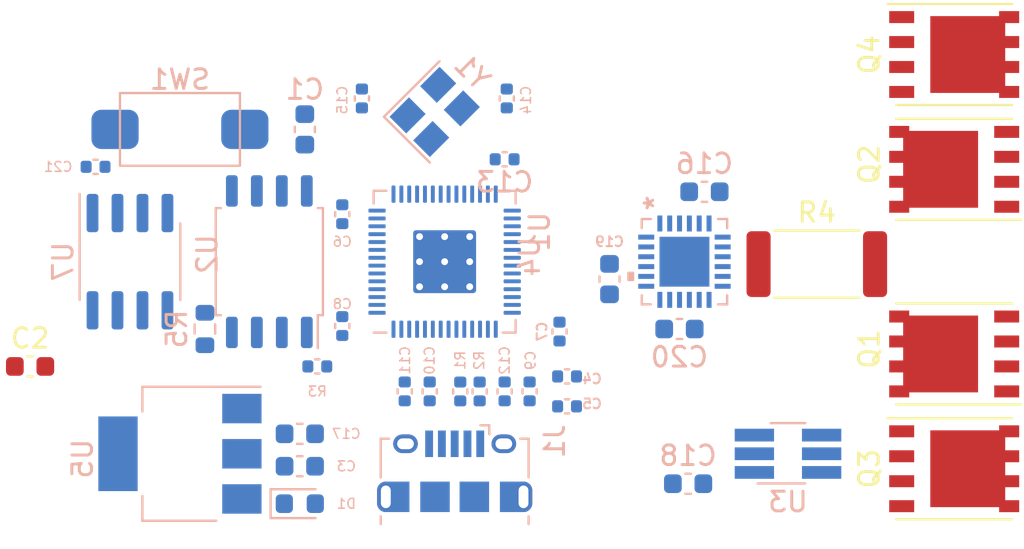
<source format=kicad_pcb>
(kicad_pcb (version 20211014) (generator pcbnew)
  (layers (0 "F.Cu" signal) (31 "B.Cu" signal) (34 "B.Paste" user) (35 "F.Paste" user) (36 "B.SilkS" user "B.Silkscreen") (37 "F.SilkS" user "F.Silkscreen") (38 "B.Mask" user) (39 "F.Mask" user) (44 "Edge.Cuts" user))
  (net 0 "")
  (net 1 "+3V3")
  (net 2 "GND")
  (net 3 "+15V")
  (net 4 "+1V1")
  (net 5 "Net-(C19-Pad1)")
  (net 6 "VCC")
  (net 7 "Net-(C20-Pad1)")
  (net 8 "/USB_D-")
  (net 9 "/USB_D+")
  (net 11 "/Driver/RS-")
  (net 12 "/Driver/GHA")
  (net 13 "/Driver/M_A")
  (net 14 "/Driver/GHB")
  (net 15 "/Driver/M_B")
  (net 16 "/Driver/GLA")
  (net 17 "/Driver/GLB")
  (net 18 "Net-(R1-Pad1)")
  (net 19 "Net-(R2-Pad2)")
  (net 20 "/SS")
  (net 32 "Net-(R5-Pad1)")
  (net 42 "/INHA")
  (net 43 "/INHB")
  (net 44 "/INLA")
  (net 45 "/INLB")
  (net 46 "/CURRENT")
  (net 50 "/F_D3")
  (net 51 "/F_CLK")
  (net 52 "/F_D0")
  (net 53 "/F_D2")
  (net 54 "/F_D1")
  (net 55 "/Driver/CURRENT")
  (net 56 "/Driver/INLA")
  (net 57 "/Driver/INLB")
  (net 66 "/Driver/INHA")
  (net 67 "/Driver/INHB")
  (net 69 "/VBUS")
  (net 70 "/XIN")
  (net 71 "/XOUT")
  (net 73 "/CAN_RX")
  (net 74 "/SWCLK")
  (net 75 "/SWD")
  (net 76 "/CAN_TX")
  (net 77 "/CANL")
  (net 78 "/CANH")
  (footprint "MOSFET:PowerPAK_SO-8_FET" (layer "F.Cu") (at 155.575 106.68)
    (fp_text reference "Q4" (at -4.318 0 90) (layer "F.SilkS"))
    (fp_text value "Q_NMOS_DGS" hide)
    (fp_line (start -2.945 2.57) (end 2.945 2.57) (layer "F.SilkS") (width 0.12))
    (fp_line (start -3.4 -2.57) (end 2.945 -2.57) (layer "F.SilkS") (width 0.12))
    (pad "1" smd rect (at 2.795 1.905) (size 1.02 0.61) (layers "F.Cu" "F.Paste" "F.Mask") (net 15 "/Driver/M_B"))
    (pad "1" smd rect (at 0.69 0) (size 3.81 3.91) (layers "F.Cu" "F.Paste" "F.Mask") (net 15 "/Driver/M_B"))
    (pad "1" smd rect (at 2.795 -0.635) (size 1.02 0.61) (layers "F.Cu" "F.Paste" "F.Mask") (net 15 "/Driver/M_B"))
    (pad "1" smd rect (at 2.795 -1.905) (size 1.02 0.61) (layers "F.Cu" "F.Paste" "F.Mask") (net 15 "/Driver/M_B"))
    (pad "1" smd rect (at 2.795 0.635) (size 1.02 0.61) (layers "F.Cu" "F.Paste" "F.Mask") (net 15 "/Driver/M_B"))
    (pad "2" smd rect (at -2.67 1.905) (size 1.27 0.61) (layers "F.Cu" "F.Paste" "F.Mask") (net 17 "/Driver/GLB"))
    (pad "3" smd rect (at -2.67 -1.905) (size 1.27 0.61) (layers "F.Cu" "F.Paste" "F.Mask") (net 2 "GND"))
    (pad "3" smd rect (at -2.67 0.635) (size 1.27 0.61) (layers "F.Cu" "F.Paste" "F.Mask") (net 2 "GND"))
    (pad "3" smd rect (at -2.67 -0.635) (size 1.27 0.61) (layers "F.Cu" "F.Paste" "F.Mask") (net 2 "GND"))
  )
  (footprint "MOSFET:PowerPAK_SO-8_FET" (layer "F.Cu") (at 155.575 127.762)
    (fp_text reference "Q3" (at -4.318 0 90) (layer "F.SilkS"))
    (fp_text value "Q_NMOS_DGS" hide)
    (fp_line (start -3.4 -2.57) (end 2.945 -2.57) (layer "F.SilkS") (width 0.12))
    (fp_line (start -2.945 2.57) (end 2.945 2.57) (layer "F.SilkS") (width 0.12))
    (pad "1" smd rect (at 2.795 1.905) (size 1.02 0.61) (layers "F.Cu" "F.Paste" "F.Mask") (net 13 "/Driver/M_A"))
    (pad "1" smd rect (at 2.795 -0.635) (size 1.02 0.61) (layers "F.Cu" "F.Paste" "F.Mask") (net 13 "/Driver/M_A"))
    (pad "1" smd rect (at 2.795 -1.905) (size 1.02 0.61) (layers "F.Cu" "F.Paste" "F.Mask") (net 13 "/Driver/M_A"))
    (pad "1" smd rect (at 2.795 0.635) (size 1.02 0.61) (layers "F.Cu" "F.Paste" "F.Mask") (net 13 "/Driver/M_A"))
    (pad "1" smd rect (at 0.69 0) (size 3.81 3.91) (layers "F.Cu" "F.Paste" "F.Mask") (net 13 "/Driver/M_A"))
    (pad "2" smd rect (at -2.67 1.905) (size 1.27 0.61) (layers "F.Cu" "F.Paste" "F.Mask") (net 16 "/Driver/GLA"))
    (pad "3" smd rect (at -2.67 -1.905) (size 1.27 0.61) (layers "F.Cu" "F.Paste" "F.Mask") (net 2 "GND"))
    (pad "3" smd rect (at -2.67 0.635) (size 1.27 0.61) (layers "F.Cu" "F.Paste" "F.Mask") (net 2 "GND"))
    (pad "3" smd rect (at -2.67 -0.635) (size 1.27 0.61) (layers "F.Cu" "F.Paste" "F.Mask") (net 2 "GND"))
  )
  (footprint "Resistor_SMD:R_2512_6332Metric" (layer "F.Cu") (at 148.59 117.348)
    (fp_text reference "R4" (at 0 -2.62) (layer "F.SilkS"))
    (fp_text value "0.3m")
    (fp_line (start -2.177064 -1.71) (end 2.177064 -1.71) (layer "F.SilkS") (width 0.12))
    (fp_line (start -2.177064 1.71) (end 2.177064 1.71) (layer "F.SilkS") (width 0.12))
    (pad "1" smd roundrect (at -2.9625 0) (size 1.225 3.35) (layers "F.Cu" "F.Paste" "F.Mask") (roundrect_rratio 0.204082) (net 6 "VCC"))
    (pad "2" smd roundrect (at 2.9625 0) (size 1.225 3.35) (layers "F.Cu" "F.Paste" "F.Mask") (roundrect_rratio 0.204082) (net 11 "/Driver/RS-"))
  )
  (footprint "MOSFET:PowerPAK_SO-8_FET" (layer "F.Cu") (at 155.575 112.522 180)
    (fp_text reference "Q2" (at 4.318 0.254 90) (layer "F.SilkS"))
    (fp_text value "Q_NMOS_DGS" hide)
    (fp_line (start -2.945 2.57) (end 2.945 2.57) (layer "F.SilkS") (width 0.12))
    (fp_line (start -3.4 -2.57) (end 2.945 -2.57) (layer "F.SilkS") (width 0.12))
    (pad "1" smd rect (at 2.795 -0.635 180) (size 1.02 0.61) (layers "F.Cu" "F.Paste" "F.Mask") (net 11 "/Driver/RS-"))
    (pad "1" smd rect (at 0.69 0 180) (size 3.81 3.91) (layers "F.Cu" "F.Paste" "F.Mask") (net 11 "/Driver/RS-"))
    (pad "1" smd rect (at 2.795 1.905 180) (size 1.02 0.61) (layers "F.Cu" "F.Paste" "F.Mask") (net 11 "/Driver/RS-"))
    (pad "1" smd rect (at 2.795 -1.905 180) (size 1.02 0.61) (layers "F.Cu" "F.Paste" "F.Mask") (net 11 "/Driver/RS-"))
    (pad "1" smd rect (at 2.795 0.635 180) (size 1.02 0.61) (layers "F.Cu" "F.Paste" "F.Mask") (net 11 "/Driver/RS-"))
    (pad "2" smd rect (at -2.67 1.905 180) (size 1.27 0.61) (layers "F.Cu" "F.Paste" "F.Mask") (net 14 "/Driver/GHB"))
    (pad "3" smd rect (at -2.67 -1.905 180) (size 1.27 0.61) (layers "F.Cu" "F.Paste" "F.Mask") (net 15 "/Driver/M_B"))
    (pad "3" smd rect (at -2.67 0.635 180) (size 1.27 0.61) (layers "F.Cu" "F.Paste" "F.Mask") (net 15 "/Driver/M_B"))
    (pad "3" smd rect (at -2.67 -0.635 180) (size 1.27 0.61) (layers "F.Cu" "F.Paste" "F.Mask") (net 15 "/Driver/M_B"))
  )
  (footprint "MOSFET:PowerPAK_SO-8_FET" (layer "F.Cu") (at 155.575 121.92 180)
    (fp_text reference "Q1" (at 4.318 0.254 90) (layer "F.SilkS"))
    (fp_text value "Q_NMOS_DGS" hide)
    (fp_line (start -3.4 -2.57) (end 2.945 -2.57) (layer "F.SilkS") (width 0.12))
    (fp_line (start -2.945 2.57) (end 2.945 2.57) (layer "F.SilkS") (width 0.12))
    (pad "1" smd rect (at 2.795 0.635 180) (size 1.02 0.61) (layers "F.Cu" "F.Paste" "F.Mask") (net 11 "/Driver/RS-"))
    (pad "1" smd rect (at 2.795 -0.635 180) (size 1.02 0.61) (layers "F.Cu" "F.Paste" "F.Mask") (net 11 "/Driver/RS-"))
    (pad "1" smd rect (at 0.69 0 180) (size 3.81 3.91) (layers "F.Cu" "F.Paste" "F.Mask") (net 11 "/Driver/RS-"))
    (pad "1" smd rect (at 2.795 -1.905 180) (size 1.02 0.61) (layers "F.Cu" "F.Paste" "F.Mask") (net 11 "/Driver/RS-"))
    (pad "1" smd rect (at 2.795 1.905 180) (size 1.02 0.61) (layers "F.Cu" "F.Paste" "F.Mask") (net 11 "/Driver/RS-"))
    (pad "2" smd rect (at -2.67 1.905 180) (size 1.27 0.61) (layers "F.Cu" "F.Paste" "F.Mask") (net 12 "/Driver/GHA"))
    (pad "3" smd rect (at -2.67 -1.905 180) (size 1.27 0.61) (layers "F.Cu" "F.Paste" "F.Mask") (net 13 "/Driver/M_A"))
    (pad "3" smd rect (at -2.67 -0.635 180) (size 1.27 0.61) (layers "F.Cu" "F.Paste" "F.Mask") (net 13 "/Driver/M_A"))
    (pad "3" smd rect (at -2.67 0.635 180) (size 1.27 0.61) (layers "F.Cu" "F.Paste" "F.Mask") (net 13 "/Driver/M_A"))
  )
  (footprint "Capacitor_SMD:C_0603_1608Metric" (layer "F.Cu") (at 108.585 122.555)
    (fp_text reference "C2" (at 0 -1.43) (layer "F.SilkS"))
    (fp_text value "10u")
    (fp_line (start -0.14058 -0.51) (end 0.14058 -0.51) (layer "F.SilkS") (width 0.12))
    (fp_line (start -0.14058 0.51) (end 0.14058 0.51) (layer "F.SilkS") (width 0.12))
    (pad "1" smd roundrect (at -0.775 0) (size 0.9 0.95) (layers "F.Cu" "F.Paste" "F.Mask") (net 69 "/VBUS"))
    (pad "2" smd roundrect (at 0.775 0) (size 0.9 0.95) (layers "F.Cu" "F.Paste" "F.Mask") (net 2 "GND"))
  )
  (footprint "DRIVER:DRV8770RGER" (layer "B.Cu") (at 141.859 117.2235 -90)
    (fp_text reference "U4" (at -0.254 7.874 -90) (layer "B.SilkS") (effects (justify mirror)))
    (fp_text value "DRV8770RGER" hide)
    (fp_text user "*" (at -2.9845 1.500378 -270) (layer "B.SilkS") (effects (justify mirror)))
    (fp_text user "*" (at -2.9845 1.500378 -270) (layer "B.SilkS") (effects (justify mirror)))
    (fp_line (start 2.1717 1.710055) (end 2.1717 2.1717) (layer "B.SilkS") (width 0.12))
    (fp_line (start -2.1717 2.1717) (end -2.1717 1.710055) (layer "B.SilkS") (width 0.12))
    (fp_line (start 1.710055 -2.1717) (end 2.1717 -2.1717) (layer "B.SilkS") (width 0.12))
    (fp_line (start 2.1717 -2.1717) (end 2.1717 -1.710055) (layer "B.SilkS") (width 0.12))
    (fp_line (start -2.1717 -2.1717) (end -1.710055 -2.1717) (layer "B.SilkS") (width 0.12))
    (fp_line (start -1.710055 2.1717) (end -2.1717 2.1717) (layer "B.SilkS") (width 0.12))
    (fp_line (start 2.1717 2.1717) (end 1.710055 2.1717) (layer "B.SilkS") (width 0.12))
    (fp_line (start -2.1717 -1.710055) (end -2.1717 -2.1717) (layer "B.SilkS") (width 0.12))
    (fp_poly (pts (xy 0.559689 2.6035) (xy 0.559689 2.8575) (xy 0.940689 2.8575) (xy 0.940689 2.6035)) (layer "B.SilkS") (width 0.1) (fill solid))
    (pad "1" smd rect (at -1.9431 1.250315 180) (size 0.254 0.8128) (layers "B.Cu" "B.Paste" "B.Mask") (net 56 "/Driver/INLA"))
    (pad "2" smd rect (at -1.9431 0.750189 180) (size 0.254 0.8128) (layers "B.Cu" "B.Paste" "B.Mask") (net 57 "/Driver/INLB"))
    (pad "3" smd rect (at -1.9431 0.250063 180) (size 0.254 0.8128) (layers "B.Cu" "B.Paste" "B.Mask"))
    (pad "4" smd rect (at -1.9431 -0.250063 180) (size 0.254 0.8128) (layers "B.Cu" "B.Paste" "B.Mask") (net 3 "+15V"))
    (pad "5" smd rect (at -1.9431 -0.750189 180) (size 0.254 0.8128) (layers "B.Cu" "B.Paste" "B.Mask"))
    (pad "6" smd rect (at -1.9431 -1.250315 180) (size 0.254 0.8128) (layers "B.Cu" "B.Paste" "B.Mask") (net 2 "GND"))
    (pad "7" smd rect (at -1.250315 -1.9431 270) (size 0.254 0.8128) (layers "B.Cu" "B.Paste" "B.Mask"))
    (pad "8" smd rect (at -0.750189 -1.9431 270) (size 0.254 0.8128) (layers "B.Cu" "B.Paste" "B.Mask"))
    (pad "9" smd rect (at -0.250063 -1.9431 270) (size 0.254 0.8128) (layers "B.Cu" "B.Paste" "B.Mask"))
    (pad "10" smd rect (at 0.250063 -1.9431 270) (size 0.254 0.8128) (layers "B.Cu" "B.Paste" "B.Mask") (net 17 "/Driver/GLB"))
    (pad "11" smd rect (at 0.750189 -1.9431 270) (size 0.254 0.8128) (layers "B.Cu" "B.Paste" "B.Mask") (net 16 "/Driver/GLA"))
    (pad "12" smd rect (at 1.250315 -1.9431 270) (size 0.254 0.8128) (layers "B.Cu" "B.Paste" "B.Mask") (net 2 "GND"))
    (pad "13" smd rect (at 1.9431 -1.250315 180) (size 0.254 0.8128) (layers "B.Cu" "B.Paste" "B.Mask"))
    (pad "14" smd rect (at 1.9431 -0.750189 180) (size 0.254 0.8128) (layers "B.Cu" "B.Paste" "B.Mask"))
    (pad "15" smd rect (at 1.9431 -0.250063 180) (size 0.254 0.8128) (layers "B.Cu" "B.Paste" "B.Mask") (net 6 "VCC"))
    (pad "16" smd rect (at 1.9431 0.250063 180) (size 0.254 0.8128) (layers "B.Cu" "B.Paste" "B.Mask") (net 14 "/Driver/GHB"))
    (pad "17" smd rect (at 1.9431 0.750189 180) (size 0.254 0.8128) (layers "B.Cu" "B.Paste" "B.Mask") (net 7 "Net-(C20-Pad1)"))
    (pad "18" smd rect (at 1.9431 1.250315 180) (size 0.254 0.8128) (layers "B.Cu" "B.Paste" "B.Mask") (net 6 "VCC"))
    (pad "19" smd rect (at 1.250315 1.9431 270) (size 0.254 0.8128) (layers "B.Cu" "B.Paste" "B.Mask") (net 12 "/Driver/GHA"))
    (pad "20" smd rect (at 0.750189 1.9431 270) (size 0.254 0.8128) (layers "B.Cu" "B.Paste" "B.Mask") (net 5 "Net-(C19-Pad1)"))
    (pad "21" smd rect (at 0.250063 1.9431 270) (size 0.254 0.8128) (layers "B.Cu" "B.Paste" "B.Mask"))
    (pad "22" smd rect (at -0.250063 1.9431 270) (size 0.254 0.8128) (layers "B.Cu" "B.Paste" "B.Mask") (net 66 "/Driver/INHA"))
    (pad "23" smd rect (at -0.750189 1.9431 270) (size 0.254 0.8128) (layers "B.Cu" "B.Paste" "B.Mask") (net 67 "/Driver/INHB"))
    (pad "24" smd rect (at -1.250315 1.9431 270) (size 0.254 0.8128) (layers "B.Cu" "B.Paste" "B.Mask"))
    (pad "25" smd rect (at 0 0 270) (size 2.54 2.54) (layers "B.Cu" "B.Mask") (net 2 "GND"))
  )
  (footprint "Capacitor_SMD:C_0402_1005Metric" (layer "B.Cu") (at 132.715 112.014)
    (fp_text reference "C13" (at 0 1.16 180) (layer "B.SilkS") (effects (justify mirror)))
    (fp_text value "1u" hide)
    (fp_line (start -0.107836 0.36) (end 0.107836 0.36) (layer "B.SilkS") (width 0.12))
    (fp_line (start -0.107836 -0.36) (end 0.107836 -0.36) (layer "B.SilkS") (width 0.12))
    (pad "1" smd roundrect (at -0.48 0) (size 0.56 0.62) (layers "B.Cu" "B.Paste" "B.Mask") (net 4 "+1V1"))
    (pad "2" smd roundrect (at 0.48 0) (size 0.56 0.62) (layers "B.Cu" "B.Paste" "B.Mask") (net 2 "GND"))
  )
  (footprint "Capacitor_SMD:C_0402_1005Metric" (layer "B.Cu") (at 132.715 123.825 -90)
    (fp_text reference "C12" (at -1.575 0 90) (layer "B.SilkS") (effects (font (size 0.5 0.5) (thickness 0.075)) (justify mirror)))
    (fp_text value "100n" hide)
    (fp_line (start -0.107836 -0.36) (end 0.107836 -0.36) (layer "B.SilkS") (width 0.12))
    (fp_line (start -0.107836 0.36) (end 0.107836 0.36) (layer "B.SilkS") (width 0.12))
    (pad "1" smd roundrect (at -0.48 0 270) (size 0.56 0.62) (layers "B.Cu" "B.Paste" "B.Mask") (net 4 "+1V1"))
    (pad "2" smd roundrect (at 0.48 0 270) (size 0.56 0.62) (layers "B.Cu" "B.Paste" "B.Mask") (net 2 "GND"))
  )
  (footprint "Resistor_SMD:R_0603_1608Metric" (layer "B.Cu") (at 117.475 120.65 -90)
    (fp_text reference "R5" (at 0 1.43 90) (layer "B.SilkS") (effects (justify mirror)))
    (fp_text value "1k" hide)
    (fp_line (start -0.237258 -0.5225) (end 0.237258 -0.5225) (layer "B.SilkS") (width 0.12))
    (fp_line (start -0.237258 0.5225) (end 0.237258 0.5225) (layer "B.SilkS") (width 0.12))
    (pad "1" smd roundrect (at -0.825 0 270) (size 0.8 0.95) (layers "B.Cu" "B.Paste" "B.Mask") (net 32 "Net-(R5-Pad1)"))
    (pad "2" smd roundrect (at 0.825 0 270) (size 0.8 0.95) (layers "B.Cu" "B.Paste" "B.Mask") (net 20 "/SS"))
  )
  (footprint "Capacitor_SMD:C_0402_1005Metric" (layer "B.Cu") (at 123.19 122.555 180)
    (fp_text reference "R3" (at 0 -1.27) (layer "B.SilkS") (effects (font (size 0.5 0.5) (thickness 0.075)) (justify mirror)))
    (fp_text value "1k" hide)
    (fp_line (start -0.107836 0.36) (end 0.107836 0.36) (layer "B.SilkS") (width 0.12))
    (fp_line (start -0.107836 -0.36) (end 0.107836 -0.36) (layer "B.SilkS") (width 0.12))
    (pad "1" smd roundrect (at -0.48 0 180) (size 0.56 0.62) (layers "B.Cu" "B.Paste" "B.Mask") (net 1 "+3V3"))
    (pad "2" smd roundrect (at 0.48 0 180) (size 0.56 0.62) (layers "B.Cu" "B.Paste" "B.Mask") (net 20 "/SS"))
  )
  (footprint "Crystal:Crystal_SMD_3225-4Pin_3.2x2.5mm" (layer "B.Cu") (at 129.159 109.601 45)
    (fp_text reference "Y1" (at 2.783879 -0.089803 315) (layer "B.SilkS") (effects (justify mirror)))
    (fp_text value "Crystal" hide)
    (fp_line (start -2 -1.65) (end 2 -1.65) (layer "B.SilkS") (width 0.12))
    (fp_line (start -2 1.65) (end -2 -1.65) (layer "B.SilkS") (width 0.12))
    (pad "1" smd rect (at -1.1 -0.85 45) (size 1.4 1.2) (layers "B.Cu" "B.Paste" "B.Mask") (net 70 "/XIN"))
    (pad "2" smd rect (at 1.1 0.85 45) (size 1.4 1.2) (layers "B.Cu" "B.Paste" "B.Mask") (net 71 "/XOUT"))
    (pad "3" smd rect (at 1.1 -0.85 45) (size 1.4 1.2) (layers "B.Cu" "B.Paste" "B.Mask"))
    (pad "4" smd rect (at -1.1 0.85 45) (size 1.4 1.2) (layers "B.Cu" "B.Paste" "B.Mask"))
  )
  (footprint "Package_TO_SOT_SMD:SOT-223" (layer "B.Cu") (at 116.205 127 180)
    (fp_text reference "U5" (at 4.953 -0.254 90) (layer "B.SilkS") (effects (justify mirror)))
    (fp_text value "LM1117-3.3" hide)
    (fp_line (start -4.1 3.41) (end 1.91 3.41) (layer "B.SilkS") (width 0.12))
    (fp_line (start 1.91 -3.41) (end 1.91 -2.15) (layer "B.SilkS") (width 0.12))
    (fp_line (start 1.91 3.41) (end 1.91 2.15) (layer "B.SilkS") (width 0.12))
    (fp_line (start -1.85 -3.41) (end 1.91 -3.41) (layer "B.SilkS") (width 0.12))
    (pad "1" smd rect (at -3.15 2.3 180) (size 2 1.5) (layers "B.Cu" "B.Paste" "B.Mask") (net 2 "GND"))
    (pad "2" smd rect (at -3.15 0 180) (size 2 1.5) (layers "B.Cu" "B.Paste" "B.Mask") (net 1 "+3V3"))
    (pad "3" smd rect (at -3.15 -2.3 180) (size 2 1.5) (layers "B.Cu" "B.Paste" "B.Mask") (net 3 "+15V"))
    (pad "4" smd rect (at 3.15 0 180) (size 2 3.8) (layers "B.Cu" "B.Paste" "B.Mask"))
  )
  (footprint "Capacitor_SMD:C_0402_1005Metric" (layer "B.Cu") (at 124.46 114.808 90)
    (fp_text reference "C6" (at -1.397 0) (layer "B.SilkS") (effects (font (size 0.5 0.5) (thickness 0.075)) (justify mirror)))
    (fp_text value "100n" hide)
    (fp_line (start -0.107836 -0.36) (end 0.107836 -0.36) (layer "B.SilkS") (width 0.12))
    (fp_line (start -0.107836 0.36) (end 0.107836 0.36) (layer "B.SilkS") (width 0.12))
    (pad "1" smd roundrect (at -0.48 0 90) (size 0.56 0.62) (layers "B.Cu" "B.Paste" "B.Mask") (net 1 "+3V3"))
    (pad "2" smd roundrect (at 0.48 0 90) (size 0.56 0.62) (layers "B.Cu" "B.Paste" "B.Mask") (net 2 "GND"))
  )
  (footprint "Capacitor_SMD:C_0402_1005Metric" (layer "B.Cu") (at 125.457858 108.916223 -90)
    (fp_text reference "C15" (at 0.083777 0.997858 90) (layer "B.SilkS") (effects (font (size 0.5 0.5) (thickness 0.075)) (justify mirror)))
    (fp_text value "14p" hide)
    (fp_line (start -0.107836 -0.36) (end 0.107836 -0.36) (layer "B.SilkS") (width 0.12))
    (fp_line (start -0.107836 0.36) (end 0.107836 0.36) (layer "B.SilkS") (width 0.12))
    (pad "1" smd roundrect (at -0.48 0 270) (size 0.56 0.62) (layers "B.Cu" "B.Paste" "B.Mask") (net 2 "GND"))
    (pad "2" smd roundrect (at 0.48 0 270) (size 0.56 0.62) (layers "B.Cu" "B.Paste" "B.Mask") (net 71 "/XOUT"))
  )
  (footprint "RP2040:RP2040-QFN-56" (layer "B.Cu") (at 129.6645 117.2235)
    (fp_text reference "U1" (at 4.826 -1.524 90) (layer "B.SilkS") (effects (justify mirror)))
    (fp_text value "RP2040")
    (fp_line (start 2.96 3.61) (end 3.61 3.61) (layer "B.SilkS") (width 0.12))
    (fp_line (start 3.61 3.61) (end 3.61 2.96) (layer "B.SilkS") (width 0.12))
    (fp_line (start 2.96 -3.61) (end 3.61 -3.61) (layer "B.SilkS") (width 0.12))
    (fp_line (start -2.96 3.61) (end -3.61 3.61) (layer "B.SilkS") (width 0.12))
    (fp_line (start -2.96 -3.61) (end -3.61 -3.61) (layer "B.SilkS") (width 0.12))
    (fp_line (start 3.61 -3.61) (end 3.61 -2.96) (layer "B.SilkS") (width 0.12))
    (fp_line (start -3.61 -3.61) (end -3.61 -2.96) (layer "B.SilkS") (width 0.12))
    (pad "1" smd roundrect locked (at -3.4375 2.6) (size 0.875 0.2) (layers "B.Cu" "B.Paste" "B.Mask") (net 1 "+3V3"))
    (pad "2" smd roundrect locked (at -3.4375 2.2) (size 0.875 0.2) (layers "B.Cu" "B.Paste" "B.Mask"))
    (pad "3" smd roundrect locked (at -3.4375 1.8) (size 0.875 0.2) (layers "B.Cu" "B.Paste" "B.Mask"))
    (pad "4" smd roundrect locked (at -3.4375 1.4) (size 0.875 0.2) (layers "B.Cu" "B.Paste" "B.Mask"))
    (pad "5" smd roundrect locked (at -3.4375 1) (size 0.875 0.2) (layers "B.Cu" "B.Paste" "B.Mask"))
    (pad "6" smd roundrect locked (at -3.4375 0.6) (size 0.875 0.2) (layers "B.Cu" "B.Paste" "B.Mask"))
    (pad "7" smd roundrect locked (at -3.4375 0.2) (size 0.875 0.2) (layers "B.Cu" "B.Paste" "B.Mask"))
    (pad "8" smd roundrect locked (at -3.4375 -0.2) (size 0.875 0.2) (layers "B.Cu" "B.Paste" "B.Mask"))
    (pad "9" smd roundrect locked (at -3.4375 -0.6) (size 0.875 0.2) (layers "B.Cu" "B.Paste" "B.Mask"))
    (pad "10" smd roundrect locked (at -3.4375 -1) (size 0.875 0.2) (layers "B.Cu" "B.Paste" "B.Mask") (net 1 "+3V3"))
    (pad "11" smd roundrect locked (at -3.4375 -1.4) (size 0.875 0.2) (layers "B.Cu" "B.Paste" "B.Mask"))
    (pad "12" smd roundrect locked (at -3.4375 -1.8) (size 0.875 0.2) (layers "B.Cu" "B.Paste" "B.Mask"))
    (pad "13" smd roundrect locked (at -3.4375 -2.2) (size 0.875 0.2) (layers "B.Cu" "B.Paste" "B.Mask"))
    (pad "14" smd roundrect locked (at -3.4375 -2.6) (size 0.875 0.2) (layers "B.Cu" "B.Paste" "B.Mask"))
    (pad "15" smd roundrect locked (at -2.6 -3.4375) (size 0.2 0.875) (layers "B.Cu" "B.Paste" "B.Mask"))
    (pad "16" smd roundrect locked (at -2.2 -3.4375) (size 0.2 0.875) (layers "B.Cu" "B.Paste" "B.Mask"))
    (pad "17" smd roundrect locked (at -1.8 -3.4375) (size 0.2 0.875) (layers "B.Cu" "B.Paste" "B.Mask"))
    (pad "18" smd roundrect locked (at -1.4 -3.4375) (size 0.2 0.875) (layers "B.Cu" "B.Paste" "B.Mask") (net 73 "/CAN_RX"))
    (pad "19" smd roundrect locked (at -1 -3.4375) (size 0.2 0.875) (layers "B.Cu" "B.Paste" "B.Mask") (net 2 "GND"))
    (pad "20" smd roundrect locked (at -0.6 -3.4375) (size 0.2 0.875) (layers "B.Cu" "B.Paste" "B.Mask") (net 70 "/XIN"))
    (pad "21" smd roundrect locked (at -0.2 -3.4375) (size 0.2 0.875) (layers "B.Cu" "B.Paste" "B.Mask") (net 71 "/XOUT"))
    (pad "22" smd roundrect locked (at 0.2 -3.4375) (size 0.2 0.875) (layers "B.Cu" "B.Paste" "B.Mask") (net 1 "+3V3"))
    (pad "23" smd roundrect locked (at 0.6 -3.4375) (size 0.2 0.875) (layers "B.Cu" "B.Paste" "B.Mask") (net 4 "+1V1"))
    (pad "24" smd roundrect locked (at 1 -3.4375) (size 0.2 0.875) (layers "B.Cu" "B.Paste" "B.Mask") (net 74 "/SWCLK"))
    (pad "25" smd roundrect locked (at 1.4 -3.4375) (size 0.2 0.875) (layers "B.Cu" "B.Paste" "B.Mask") (net 75 "/SWD"))
    (pad "26" smd roundrect locked (at 1.8 -3.4375) (size 0.2 0.875) (layers "B.Cu" "B.Paste" "B.Mask"))
    (pad "27" smd roundrect locked (at 2.2 -3.4375) (size 0.2 0.875) (layers "B.Cu" "B.Paste" "B.Mask") (net 76 "/CAN_TX"))
    (pad "28" smd roundrect locked (at 2.6 -3.4375) (size 0.2 0.875) (layers "B.Cu" "B.Paste" "B.Mask"))
    (pad "29" smd roundrect locked (at 3.4375 -2.6) (size 0.875 0.2) (layers "B.Cu" "B.Paste" "B.Mask"))
    (pad "30" smd roundrect locked (at 3.4375 -2.2) (size 0.875 0.2) (layers "B.Cu" "B.Paste" "B.Mask"))
    (pad "31" smd roundrect locked (at 3.4375 -1.8) (size 0.875 0.2) (layers "B.Cu" "B.Paste" "B.Mask"))
    (pad "32" smd roundrect locked (at 3.4375 -1.4) (size 0.875 0.2) (layers "B.Cu" "B.Paste" "B.Mask"))
    (pad "33" smd roundrect locked (at 3.4375 -1) (size 0.875 0.2) (layers "B.Cu" "B.Paste" "B.Mask") (net 1 "+3V3"))
    (pad "34" smd roundrect locked (at 3.4375 -0.6) (size 0.875 0.2) (layers "B.Cu" "B.Paste" "B.Mask") (net 45 "/INLB"))
    (pad "35" smd roundrect locked (at 3.4375 -0.2) (size 0.875 0.2) (layers "B.Cu" "B.Paste" "B.Mask") (net 44 "/INLA"))
    (pad "36" smd roundrect locked (at 3.4375 0.2) (size 0.875 0.2) (layers "B.Cu" "B.Paste" "B.Mask") (net 43 "/INHB"))
    (pad "37" smd roundrect locked (at 3.4375 0.6) (size 0.875 0.2) (layers "B.Cu" "B.Paste" "B.Mask") (net 42 "/INHA"))
    (pad "38" smd roundrect locked (at 3.4375 1) (size 0.875 0.2) (layers "B.Cu" "B.Paste" "B.Mask") (net 46 "/CURRENT"))
    (pad "39" smd roundrect locked (at 3.4375 1.4) (size 0.875 0.2) (layers "B.Cu" "B.Paste" "B.Mask"))
    (pad "40" smd roundrect locked (at 3.4375 1.8) (size 0.875 0.2) (layers "B.Cu" "B.Paste" "B.Mask"))
    (pad "41" smd roundrect locked (at 3.4375 2.2) (size 0.875 0.2) (layers "B.Cu" "B.Paste" "B.Mask"))
    (pad "42" smd roundrect locked (at 3.4375 2.6) (size 0.875 0.2) (layers "B.Cu" "B.Paste" "B.Mask") (net 1 "+3V3"))
    (pad "43" smd roundrect locked (at 2.6 3.4375) (size 0.2 0.875) (layers "B.Cu" "B.Paste" "B.Mask") (net 1 "+3V3"))
    (pad "44" smd roundrect locked (at 2.2 3.4375) (size 0.2 0.875) (layers "B.Cu" "B.Paste" "B.Mask") (net 1 "+3V3"))
    (pad "45" smd roundrect locked (at 1.8 3.4375) (size 0.2 0.875) (layers "B.Cu" "B.Paste" "B.Mask") (net 4 "+1V1"))
    (pad "46" smd roundrect locked (at 1.4 3.4375) (size 0.2 0.875) (layers "B.Cu" "B.Paste" "B.Mask") (net 19 "Net-(R2-Pad2)"))
    (pad "47" smd roundrect locked (at 1 3.4375) (size 0.2 0.875) (layers "B.Cu" "B.Paste" "B.Mask") (net 18 "Net-(R1-Pad1)"))
    (pad "48" smd roundrect locked (at 0.6 3.4375) (size 0.2 0.875) (layers "B.Cu" "B.Paste" "B.Mask") (net 1 "+3V3"))
    (pad "49" smd roundrect locked (at 0.2 3.4375) (size 0.2 0.875) (layers "B.Cu" "B.Paste" "B.Mask") (net 1 "+3V3"))
    (pad "50" smd roundrect locked (at -0.2 3.4375) (size 0.2 0.875) (layers "B.Cu" "B.Paste" "B.Mask") (net 4 "+1V1"))
    (pad "51" smd roundrect locked (at -0.6 3.4375) (size 0.2 0.875) (layers "B.Cu" "B.Paste" "B.Mask") (net 50 "/F_D3"))
    (pad "52" smd roundrect locked (at -1 3.4375) (size 0.2 0.875) (layers "B.Cu" "B.Paste" "B.Mask") (net 51 "/F_CLK"))
    (pad "53" smd roundrect locked (at -1.4 3.4375) (size 0.2 0.875) (layers "B.Cu" "B.Paste" "B.Mask") (net 52 "/F_D0"))
    (pad "54" smd roundrect locked (at -1.8 3.4375) (size 0.2 0.875) (layers "B.Cu" "B.Paste" "B.Mask") (net 53 "/F_D2"))
    (pad "55" smd roundrect locked (at -2.2 3.4375) (size 0.2 0.875) (layers "B.Cu" "B.Paste" "B.Mask") (net 54 "/F_D1"))
    (pad "56" smd roundrect locked (at -2.6 3.4375) (size 0.2 0.875) (layers "B.Cu" "B.Paste" "B.Mask") (net 20 "/SS"))
    (pad "57" thru_hole circle locked (at -1.275 0) (size 0.6 0.6) (drill 0.35) (layers *.Cu) (net 2 "GND"))
    (pad "57" thru_hole circle locked (at 1.275 1.275) (size 0.6 0.6) (drill 0.35) (layers *.Cu) (net 2 "GND"))
    (pad "57" thru_hole circle locked (at 1.275 -1.275) (size 0.6 0.6) (drill 0.35) (layers *.Cu) (net 2 "GND"))
    (pad "57" thru_hole circle locked (at -1.275 1.275) (size 0.6 0.6) (drill 0.35) (layers *.Cu) (net 2 "GND"))
    (pad "57" smd roundrect locked (at 0 0) (size 3.2 3.2) (layers "B.Cu" "B.Mask") (roundrect_rratio 0.045) (net 2 "GND"))
    (pad "57" thru_hole circle locked (at 1.275 0) (size 0.6 0.6) (drill 0.35) (layers *.Cu) (net 2 "GND"))
    (pad "57" thru_hole circle locked (at 0 1.275) (size 0.6 0.6) (drill 0.35) (layers *.Cu) (net 2 "GND"))
    (pad "57" thru_hole circle locked (at -1.275 -1.275) (size 0.6 0.6) (drill 0.35) (layers *.Cu) (net 2 "GND"))
    (pad "57" thru_hole circle locked (at 0 -1.275) (size 0.6 0.6) (drill 0.35) (layers *.Cu) (net 2 "GND"))
    (pad "57" thru_hole circle locked (at 0 0) (size 0.6 0.6) (drill 0.35) (layers *.Cu) (net 2 "GND"))
  )
  (footprint "Diode_SMD:D_0603_1608Metric" (layer "B.Cu") (at 122.301 129.54)
    (fp_text reference "D1" (at 2.366 0) (layer "B.SilkS") (effects (font (size 0.5 0.5) (thickness 0.075)) (justify mirror)))
    (fp_text value "D" hide)
    (fp_line (start -1.485 0.735) (end -1.485 -0.735) (layer "B.SilkS") (width 0.12))
    (fp_line (start -1.485 -0.735) (end 0.8 -0.735) (layer "B.SilkS") (width 0.12))
    (fp_line (start 0.8 0.735) (end -1.485 0.735) (layer "B.SilkS") (width 0.12))
    (pad "1" smd roundrect (at -0.7875 0) (size 0.875 0.95) (layers "B.Cu" "B.Paste" "B.Mask") (net 3 "+15V"))
    (pad "2" smd roundrect (at 0.7875 0) (size 0.875 0.95) (layers "B.Cu" "B.Paste" "B.Mask") (net 69 "/VBUS"))
  )
  (footprint "Capacitor_SMD:C_0603_1608Metric" (layer "B.Cu") (at 122.301 127.635)
    (fp_text reference "C3" (at 2.366 0) (layer "B.SilkS") (effects (font (size 0.5 0.5) (thickness 0.075)) (justify mirror)))
    (fp_text value "10u" hide)
    (fp_line (start -0.14058 0.51) (end 0.14058 0.51) (layer "B.SilkS") (width 0.12))
    (fp_line (start -0.14058 -0.51) (end 0.14058 -0.51) (layer "B.SilkS") (width 0.12))
    (pad "1" smd roundrect (at -0.775 0) (size 0.9 0.95) (layers "B.Cu" "B.Paste" "B.Mask") (net 3 "+15V"))
    (pad "2" smd roundrect (at 0.775 0) (size 0.9 0.95) (layers "B.Cu" "B.Paste" "B.Mask") (net 2 "GND"))
  )
  (footprint "Capacitor_SMD:C_0603_1608Metric" (layer "B.Cu") (at 122.555 110.49 90)
    (fp_text reference "C1" (at 2.032 0 180) (layer "B.SilkS") (effects (justify mirror)))
    (fp_text value "100u" hide)
    (fp_line (start -0.14058 0.51) (end 0.14058 0.51) (layer "B.SilkS") (width 0.12))
    (fp_line (start -0.14058 -0.51) (end 0.14058 -0.51) (layer "B.SilkS") (width 0.12))
    (pad "1" smd roundrect (at -0.775 0 90) (size 0.9 0.95) (layers "B.Cu" "B.Paste" "B.Mask") (net 1 "+3V3"))
    (pad "2" smd roundrect (at 0.775 0 90) (size 0.9 0.95) (layers "B.Cu" "B.Paste" "B.Mask") (net 2 "GND"))
  )
  (footprint "Capacitor_SMD:C_0603_1608Metric" (layer "B.Cu") (at 142.045 128.524 180)
    (fp_text reference "C18" (at 0 1.43) (layer "B.SilkS") (effects (justify mirror)))
    (fp_text value "0.1u" hide)
    (fp_line (start -0.14058 -0.51) (end 0.14058 -0.51) (layer "B.SilkS") (width 0.12))
    (fp_line (start -0.14058 0.51) (end 0.14058 0.51) (layer "B.SilkS") (width 0.12))
    (pad "1" smd roundrect (at -0.775 0 180) (size 0.9 0.95) (layers "B.Cu" "B.Paste" "B.Mask") (net 2 "GND"))
    (pad "2" smd roundrect (at 0.775 0 180) (size 0.9 0.95) (layers "B.Cu" "B.Paste" "B.Mask") (net 1 "+3V3"))
  )
  (footprint "Capacitor_SMD:C_0402_1005Metric" (layer "B.Cu") (at 135.5065 120.7795 -90)
    (fp_text reference "C7" (at 0 0.8865 90) (layer "B.SilkS") (effects (font (size 0.5 0.5) (thickness 0.1)) (justify mirror)))
    (fp_text value "100n" hide)
    (fp_line (start -0.107836 0.36) (end 0.107836 0.36) (layer "B.SilkS") (width 0.12))
    (fp_line (start -0.107836 -0.36) (end 0.107836 -0.36) (layer "B.SilkS") (width 0.12))
    (pad "1" smd roundrect (at -0.48 0 270) (size 0.56 0.62) (layers "B.Cu" "B.Paste" "B.Mask") (net 1 "+3V3"))
    (pad "2" smd roundrect (at 0.48 0 270) (size 0.56 0.62) (layers "B.Cu" "B.Paste" "B.Mask") (net 2 "GND"))
  )
  (footprint "Capacitor_SMD:C_0402_1005Metric" (layer "B.Cu") (at 133.985 123.825 -90)
    (fp_text reference "C9" (at -1.575 -0.046 90) (layer "B.SilkS") (effects (font (size 0.5 0.5) (thickness 0.075)) (justify mirror)))
    (fp_text value "100n" hide)
    (fp_line (start -0.107836 0.36) (end 0.107836 0.36) (layer "B.SilkS") (width 0.12))
    (fp_line (start -0.107836 -0.36) (end 0.107836 -0.36) (layer "B.SilkS") (width 0.12))
    (pad "1" smd roundrect (at -0.48 0 270) (size 0.56 0.62) (layers "B.Cu" "B.Paste" "B.Mask") (net 1 "+3V3"))
    (pad "2" smd roundrect (at 0.48 0 270) (size 0.56 0.62) (layers "B.Cu" "B.Paste" "B.Mask") (net 2 "GND"))
  )
  (footprint "RP2040:PTS636" (layer "B.Cu") (at 116.205 110.49 180)
    (fp_text reference "SW1" (at 0 2.54 unlocked) (layer "B.SilkS") (effects (justify mirror)))
    (fp_text value "SW_Push" hide)
    (fp_rect (start -3.05 1.85) (end 3.05 -1.85) (layer "B.SilkS") (width 0.12) (fill none))
    (pad "1" smd roundrect (at 3.3 0 180) (size 2.4 2) (layers "B.Cu" "B.Paste" "B.Mask") (net 2 "GND"))
    (pad "2" smd roundrect (at -3.3 0 180) (size 2.4 2) (layers "B.Cu" "B.Paste" "B.Mask") (net 32 "Net-(R5-Pad1)"))
  )
  (footprint "Capacitor_SMD:C_0402_1005Metric" (layer "B.Cu") (at 124.46 120.5 -90)
    (fp_text reference "C8" (at -1.12 0) (layer "B.SilkS") (effects (font (size 0.5 0.5) (thickness 0.075)) (justify mirror)))
    (fp_text value "100n" hide)
    (fp_line (start -0.107836 0.36) (end 0.107836 0.36) (layer "B.SilkS") (width 0.12))
    (fp_line (start -0.107836 -0.36) (end 0.107836 -0.36) (layer "B.SilkS") (width 0.12))
    (pad "1" smd roundrect (at -0.48 0 270) (size 0.56 0.62) (layers "B.Cu" "B.Paste" "B.Mask") (net 1 "+3V3"))
    (pad "2" smd roundrect (at 0.48 0 270) (size 0.56 0.62) (layers "B.Cu" "B.Paste" "B.Mask") (net 2 "GND"))
  )
  (footprint "Capacitor_SMD:C_0402_1005Metric" (layer "B.Cu") (at 128.905 123.825 -90)
    (fp_text reference "C10" (at -1.575 0.008 90) (layer "B.SilkS") (effects (font (size 0.5 0.5) (thickness 0.075)) (justify mirror)))
    (fp_text value "1u" hide)
    (fp_line (start -0.107836 -0.36) (end 0.107836 -0.36) (layer "B.SilkS") (width 0.12))
    (fp_line (start -0.107836 0.36) (end 0.107836 0.36) (layer "B.SilkS") (width 0.12))
    (pad "1" smd roundrect (at -0.48 0 270) (size 0.56 0.62) (layers "B.Cu" "B.Paste" "B.Mask") (net 1 "+3V3"))
    (pad "2" smd roundrect (at 0.48 0 270) (size 0.56 0.62) (layers "B.Cu" "B.Paste" "B.Mask") (net 2 "GND"))
  )
  (footprint "Capacitor_SMD:C_0402_1005Metric" (layer "B.Cu") (at 130.459 123.828 -90)
    (fp_text reference "R1" (at -1.578 0.002 90) (layer "B.SilkS") (effects (font (size 0.5 0.5) (thickness 0.075)) (justify mirror)))
    (fp_text value "27" hide)
    (fp_line (start -0.107836 -0.36) (end 0.107836 -0.36) (layer "B.SilkS") (width 0.12))
    (fp_line (start -0.107836 0.36) (end 0.107836 0.36) (layer "B.SilkS") (width 0.12))
    (pad "1" smd roundrect (at -0.48 0 270) (size 0.56 0.62) (layers "B.Cu" "B.Paste" "B.Mask") (net 18 "Net-(R1-Pad1)"))
    (pad "2" smd roundrect (at 0.48 0 270) (size 0.56 0.62) (layers "B.Cu" "B.Paste" "B.Mask") (net 9 "/USB_D+"))
  )
  (footprint "Capacitor_SMD:C_0402_1005Metric" (layer "B.Cu") (at 111.915 112.395)
    (fp_text reference "C21" (at -1.905 0) (layer "B.SilkS") (effects (font (size 0.5 0.5) (thickness 0.075)) (justify mirror)))
    (fp_text value "100n" hide)
    (fp_line (start -0.107836 -0.36) (end 0.107836 -0.36) (layer "B.SilkS") (width 0.12))
    (fp_line (start -0.107836 0.36) (end 0.107836 0.36) (layer "B.SilkS") (width 0.12))
    (pad "1" smd roundrect (at -0.48 0) (size 0.56 0.62) (layers "B.Cu" "B.Paste" "B.Mask") (net 2 "GND"))
    (pad "2" smd roundrect (at 0.48 0) (size 0.56 0.62) (layers "B.Cu" "B.Paste" "B.Mask") (net 1 "+3V3"))
  )
  (footprint "Capacitor_SMD:C_0402_1005Metric" (layer "B.Cu") (at 135.89 123.063)
    (fp_text reference "C4" (at 1.27 0.127) (layer "B.SilkS") (effects (font (size 0.5 0.5) (thickness 0.1)) (justify mirror)))
    (fp_text value "100n" hide)
    (fp_line (start -0.107836 -0.36) (end 0.107836 -0.36) (layer "B.SilkS") (width 0.12))
    (fp_line (start -0.107836 0.36) (end 0.107836 0.36) (layer "B.SilkS") (width 0.12))
    (pad "1" smd roundrect (at -0.48 0) (size 0.56 0.62) (layers "B.Cu" "B.Paste" "B.Mask") (net 1 "+3V3"))
    (pad "2" smd roundrect (at 0.48 0) (size 0.56 0.62) (layers "B.Cu" "B.Paste" "B.Mask") (net 2 "GND"))
  )
  (footprint "Capacitor_SMD:C_0603_1608Metric" (layer "B.Cu") (at 142.875 113.665 180)
    (fp_text reference "C16" (at 0 1.43) (layer "B.SilkS") (effects (justify mirror)))
    (fp_text value "10uF" hide)
    (fp_line (start -0.14058 0.51) (end 0.14058 0.51) (layer "B.SilkS") (width 0.12))
    (fp_line (start -0.14058 -0.51) (end 0.14058 -0.51) (layer "B.SilkS") (width 0.12))
    (pad "1" smd roundrect (at -0.775 0 180) (size 0.9 0.95) (layers "B.Cu" "B.Paste" "B.Mask") (net 2 "GND"))
    (pad "2" smd roundrect (at 0.775 0 180) (size 0.9 0.95) (layers "B.Cu" "B.Paste" "B.Mask") (net 3 "+15V"))
  )
  (footprint "Capacitor_SMD:C_0402_1005Metric" (layer "B.Cu") (at 127.635 123.825 -90)
    (fp_text reference "C11" (at -1.575 -0.016 90) (layer "B.SilkS") (effects (font (size 0.5 0.5) (thickness 0.075)) (justify mirror)))
    (fp_text value "100n" hide)
    (fp_line (start -0.107836 0.36) (end 0.107836 0.36) (layer "B.SilkS") (width 0.12))
    (fp_line (start -0.107836 -0.36) (end 0.107836 -0.36) (layer "B.SilkS") (width 0.12))
    (pad "1" smd roundrect (at -0.48 0 270) (size 0.56 0.62) (layers "B.Cu" "B.Paste" "B.Mask") (net 4 "+1V1"))
    (pad "2" smd roundrect (at 0.48 0 270) (size 0.56 0.62) (layers "B.Cu" "B.Paste" "B.Mask") (net 2 "GND"))
  )
  (footprint "Capacitor_SMD:C_0603_1608Metric" (layer "B.Cu") (at 122.301 125.984)
    (fp_text reference "C17" (at 2.366 0) (layer "B.SilkS") (effects (font (size 0.5 0.5) (thickness 0.075)) (justify mirror)))
    (fp_text value "10u" hide)
    (fp_line (start -0.14058 -0.51) (end 0.14058 -0.51) (layer "B.SilkS") (width 0.12))
    (fp_line (start -0.14058 0.51) (end 0.14058 0.51) (layer "B.SilkS") (width 0.12))
    (pad "1" smd roundrect (at -0.775 0) (size 0.9 0.95) (layers "B.Cu" "B.Paste" "B.Mask") (net 1 "+3V3"))
    (pad "2" smd roundrect (at 0.775 0) (size 0.9 0.95) (layers "B.Cu" "B.Paste" "B.Mask") (net 2 "GND"))
  )
  (footprint "Capacitor_SMD:C_0402_1005Metric" (layer "B.Cu") (at 131.445 123.828 90)
    (fp_text reference "R2" (at 1.578 -0.026 270) (layer "B.SilkS") (effects (font (size 0.5 0.5) (thickness 0.075)) (justify mirror)))
    (fp_text value "27" hide)
    (fp_line (start -0.107836 -0.36) (end 0.107836 -0.36) (layer "B.SilkS") (width 0.12))
    (fp_line (start -0.107836 0.36) (end 0.107836 0.36) (layer "B.SilkS") (width 0.12))
    (pad "1" smd roundrect (at -0.48 0 90) (size 0.56 0.62) (layers "B.Cu" "B.Paste" "B.Mask") (net 8 "/USB_D-"))
    (pad "2" smd roundrect (at 0.48 0 90) (size 0.56 0.62) (layers "B.Cu" "B.Paste" "B.Mask") (net 19 "Net-(R2-Pad2)"))
  )
  (footprint "Capacitor_SMD:C_0603_1608Metric" (layer "B.Cu") (at 138.049 118.11 -90)
    (fp_text reference "C19" (at -1.905 0 180) (layer "B.SilkS") (effects (font (size 0.5 0.5) (thickness 0.1)) (justify mirror)))
    (fp_text value "100n" hide)
    (fp_line (start -0.14058 0.51) (end 0.14058 0.51) (layer "B.SilkS") (width 0.12))
    (fp_line (start -0.14058 -0.51) (end 0.14058 -0.51) (layer "B.SilkS") (width 0.12))
    (pad "1" smd roundrect (at -0.775 0 270) (size 0.9 0.95) (layers "B.Cu" "B.Paste" "B.Mask") (net 5 "Net-(C19-Pad1)"))
    (pad "2" smd roundrect (at 0.775 0 270) (size 0.9 0.95) (layers "B.Cu" "B.Paste" "B.Mask") (net 6 "VCC"))
  )
  (footprint "Capacitor_SMD:C_0402_1005Metric" (layer "B.Cu") (at 135.89 124.587)
    (fp_text reference "C5" (at 1.27 -0.127 180) (layer "B.SilkS") (effects (font (size 0.5 0.5) (thickness 0.1)) (justify mirror)))
    (fp_text value "100n" hide)
    (fp_line (start -0.107836 -0.36) (end 0.107836 -0.36) (layer "B.SilkS") (width 0.12))
    (fp_line (start -0.107836 0.36) (end 0.107836 0.36) (layer "B.SilkS") (width 0.12))
    (pad "1" smd roundrect (at -0.48 0) (size 0.56 0.62) (layers "B.Cu" "B.Paste" "B.Mask") (net 1 "+3V3"))
    (pad "2" smd roundrect (at 0.48 0) (size 0.56 0.62) (layers "B.Cu" "B.Paste" "B.Mask") (net 2 "GND"))
  )
  (footprint "Package_SO:SOIC-8_3.9x4.9mm_P1.27mm" (layer "B.Cu") (at 113.665 117.2235 -90)
    (fp_text reference "U7" (at 0 3.4 90) (layer "B.SilkS") (effects (justify mirror)))
    (fp_text value "MAX3051" hide)
    (fp_line (start 0 2.56) (end 1.95 2.56) (layer "B.SilkS") (width 0.12))
    (fp_line (start 0 2.56) (end -3.45 2.56) (layer "B.SilkS") (width 0.12))
    (fp_line (start 0 -2.56) (end 1.95 -2.56) (layer "B.SilkS") (width 0.12))
    (fp_line (start 0 -2.56) (end -1.95 -2.56) (layer "B.SilkS") (width 0.12))
    (pad "1" smd roundrect (at -2.475 1.905 270) (size 1.95 0.6) (layers "B.Cu" "B.Paste" "B.Mask") (net 76 "/CAN_TX"))
    (pad "2" smd roundrect (at -2.475 0.635 270) (size 1.95 0.6) (layers "B.Cu" "B.Paste" "B.Mask") (net 2 "GND"))
    (pad "3" smd roundrect (at -2.475 -0.635 270) (size 1.95 0.6) (layers "B.Cu" "B.Paste" "B.Mask") (net 1 "+3V3"))
    (pad "4" smd roundrect (at -2.475 -1.905 270) (size 1.95 0.6) (layers "B.Cu" "B.Paste" "B.Mask") (net 73 "/CAN_RX"))
    (pad "5" smd roundrect (at 2.475 -1.905 270) (size 1.95 0.6) (layers "B.Cu" "B.Paste" "B.Mask") (net 2 "GND"))
    (pad "6" smd roundrect (at 2.475 -0.635 270) (size 1.95 0.6) (layers "B.Cu" "B.Paste" "B.Mask") (net 77 "/CANL"))
    (pad "7" smd roundrect (at 2.475 0.635 270) (size 1.95 0.6) (layers "B.Cu" "B.Paste" "B.Mask") (net 78 "/CANH"))
    (pad "8" smd roundrect (at 2.475 1.905 270) (size 1.95 0.6) (layers "B.Cu" "B.Paste" "B.Mask") (net 2 "GND"))
  )
  (footprint "Capacitor_SMD:C_0402_1005Metric" (layer "B.Cu") (at 132.823858 108.916223 -90)
    (fp_text reference "C14" (at 0.083777 -0.976142 90) (layer "B.SilkS") (effects (font (size 0.5 0.5) (thickness 0.075)) (justify mirror)))
    (fp_text value "14p" hide)
    (fp_line (start -0.107836 0.36) (end 0.107836 0.36) (layer "B.SilkS") (width 0.12))
    (fp_line (start -0.107836 -0.36) (end 0.107836 -0.36) (layer "B.SilkS") (width 0.12))
    (pad "1" smd roundrect (at -0.48 0 270) (size 0.56 0.62) (layers "B.Cu" "B.Paste" "B.Mask") (net 2 "GND"))
    (pad "2" smd roundrect (at 0.48 0 270) (size 0.56 0.62) (layers "B.Cu" "B.Paste" "B.Mask") (net 70 "/XIN"))
  )
  (footprint "Connector_USB:USB_Micro-B_Amphenol_10118194_Horizontal" (layer "B.Cu") (at 130.175 127.892 180)
    (fp_text reference "J1" (at -5.08 1.527 270) (layer "B.SilkS") (effects (justify mirror)))
    (fp_text value "USB_B_Micro" hide)
    (fp_line (start 3.76 -0.32) (end 3.76 1.66) (layer "B.SilkS") (width 0.12))
    (fp_line (start -3.76 -2.69) (end -3.76 -2.29) (layer "B.SilkS") (width 0.12))
    (fp_line (start 3.76 -2.29) (end 3.76 -2.69) (layer "B.SilkS") (width 0.12))
    (fp_line (start -3.76 1.66) (end -3.34 1.66) (layer "B.SilkS") (width 0.12))
    (fp_line (start 3.76 1.66) (end 3.34 1.66) (layer "B.SilkS") (width 0.12))
    (fp_line (start -1.31 2.34) (end -1.76 2.34) (layer "B.SilkS") (width 0.12))
    (fp_line (start -1.76 1.89) (end -1.76 2.34) (layer "B.SilkS") (width 0.12))
    (fp_line (start -3.76 -0.32) (end -3.76 1.66) (layer "B.SilkS") (width 0.12))
    (pad "1" smd rect (at -1.3 1.4 180) (size 0.4 1.35) (layers "B.Cu" "B.Paste" "B.Mask") (net 69 "/VBUS"))
    (pad "2" smd rect (at -0.65 1.4 180) (size 0.4 1.35) (layers "B.Cu" "B.Paste" "B.Mask") (net 8 "/USB_D-"))
    (pad "3" smd rect (at 0 1.4 180) (size 0.4 1.35) (layers "B.Cu" "B.Paste" "B.Mask") (net 9 "/USB_D+"))
    (pad "4" smd rect (at 0.65 1.4 180) (size 0.4 1.35) (layers "B.Cu" "B.Paste" "B.Mask"))
    (pad "5" smd rect (at 1.3 1.4 180) (size 0.4 1.35) (layers "B.Cu" "B.Paste" "B.Mask") (net 2 "GND"))
    (pad "6" thru_hole oval (at -2.5 1.4 180) (size 1.25 0.95) (drill oval 0.85 0.55) (layers *.Cu *.Mask) (net 2 "GND"))
    (pad "6" smd rect (at -2.9 -1.3 180) (size 1.2 1.55) (layers "B.Cu" "B.Paste" "B.Mask") (net 2 "GND"))
    (pad "6" smd rect (at 2.9 -1.3 180) (size 1.2 1.55) (layers "B.Cu" "B.Paste" "B.Mask") (net 2 "GND"))
    (pad "6" thru_hole oval (at 2.5 1.4 180) (size 1.25 0.95) (drill oval 0.85 0.55) (layers *.Cu *.Mask) (net 2 "GND"))
    (pad "6" thru_hole oval (at 3.5 -1.3 180) (size 0.89 1.55) (drill oval 0.5 1.15) (layers *.Cu *.Mask) (net 2 "GND"))
    (pad "6" smd rect (at 1 -1.3 180) (size 1.5 1.55) (layers "B.Cu" "B.Paste" "B.Mask") (net 2 "GND"))
    (pad "6" thru_hole oval (at -3.5 -1.3 180) (size 0.89 1.55) (drill oval 0.5 1.15) (layers *.Cu *.Mask) (net 2 "GND"))
    (pad "6" smd rect (at -1 -1.3 180) (size 1.5 1.55) (layers "B.Cu" "B.Paste" "B.Mask") (net 2 "GND"))
  )
  (footprint "Capacitor_SMD:C_0603_1608Metric" (layer "B.Cu") (at 141.605 120.65)
    (fp_text reference "C20" (at 0 1.43) (layer "B.SilkS") (effects (justify mirror)))
    (fp_text value "100n" hide)
    (fp_line (start -0.14058 0.51) (end 0.14058 0.51) (layer "B.SilkS") (width 0.12))
    (fp_line (start -0.14058 -0.51) (end 0.14058 -0.51) (layer "B.SilkS") (width 0.12))
    (pad "1" smd roundrect (at -0.775 0) (size 0.9 0.95) (layers "B.Cu" "B.Paste" "B.Mask") (net 7 "Net-(C20-Pad1)"))
    (pad "2" smd roundrect (at 0.775 0) (size 0.9 0.95) (layers "B.Cu" "B.Paste" "B.Mask") (net 6 "VCC"))
  )
  (footprint "Package_TO_SOT_SMD:TSOT-23-6_HandSoldering" (layer "B.Cu") (at 147.125 127)
    (fp_text reference "U3" (at 0 2.45) (layer "B.SilkS") (effects (justify mirror)))
    (fp_text value "MAX4073TAUT" hide)
    (fp_line (start -0.88 -1.56) (end 0.88 -1.56) (layer "B.SilkS") (width 0.12))
    (fp_line (start 0.88 1.51) (end -1.55 1.51) (layer "B.SilkS") (width 0.12))
    (pad "1" smd rect (at -1.71 0.95) (size 2 0.65) (layers "B.Cu" "B.Paste" "B.Mask") (net 2 "GND"))
    (pad "2" smd rect (at -1.71 0) (size 2 0.65) (layers "B.Cu" "B.Paste" "B.Mask") (net 2 "GND"))
    (pad "3" smd rect (at -1.71 -0.95) (size 2 0.65) (layers "B.Cu" "B.Paste" "B.Mask") (net 1 "+3V3"))
    (pad "4" smd rect (at 1.71 -0.95) (size 2 0.65) (layers "B.Cu" "B.Paste" "B.Mask") (net 6 "VCC"))
    (pad "5" smd rect (at 1.71 0) (size 2 0.65) (layers "B.Cu" "B.Paste" "B.Mask") (net 11 "/Driver/RS-"))
    (pad "6" smd rect (at 1.71 0.95) (size 2 0.65) (layers "B.Cu" "B.Paste" "B.Mask") (net 55 "/Driver/CURRENT"))
  )
  (footprint "Package_SO:SOIC-8_5.23x5.23mm_P1.27mm" (layer "B.Cu") (at 120.75 117.2235 90)
    (fp_text reference "U2" (at 0.3835 -3.16 90) (layer "B.SilkS") (effects (justify mirror)))
    (fp_text value "W25Q32JVSS" hide)
    (fp_line (start -2.725 -2.725) (end -2.725 -2.465) (layer "B.SilkS") (width 0.12))
    (fp_line (start -2.725 2.725) (end -2.725 2.465) (layer "B.SilkS") (width 0.12))
    (fp_line (start 0 2.725) (end -2.725 2.725) (layer "B.SilkS") (width 0.12))
    (fp_line (start 0 2.725) (end 2.725 2.725) (layer "B.SilkS") (width 0.12))
    (fp_line (start 0 -2.725) (end 2.725 -2.725) (layer "B.SilkS") (width 0.12))
    (fp_line (start -2.725 2.465) (end -4.4 2.465) (layer "B.SilkS") (width 0.12))
    (fp_line (start 0 -2.725) (end -2.725 -2.725) (layer "B.SilkS") (width 0.12))
    (fp_line (start 2.725 2.725) (end 2.725 2.465) (layer "B.SilkS") (width 0.12))
    (fp_line (start 2.725 -2.725) (end 2.725 -2.465) (layer "B.SilkS") (width 0.12))
    (pad "1" smd roundrect (at -3.6 1.905 90) (size 1.6 0.6) (layers "B.Cu" "B.Paste" "B.Mask") (net 20 "/SS"))
    (pad "2" smd roundrect (at -3.6 0.635 90) (size 1.6 0.6) (layers "B.Cu" "B.Paste" "B.Mask") (net 54 "/F_D1"))
    (pad "3" smd roundrect (at -3.6 -0.635 90) (size 1.6 0.6) (layers "B.Cu" "B.Paste" "B.Mask") (net 53 "/F_D2"))
    (pad "4" smd roundrect (at -3.6 -1.905 90) (size 1.6 0.6) (layers "B.Cu" "B.Paste" "B.Mask") (net 2 "GND"))
    (pad "5" smd roundrect (at 3.6 -1.905 90) (size 1.6 0.6) (layers "B.Cu" "B.Paste" "B.Mask") (net 52 "/F_D0"))
    (pad "6" smd roundrect (at 3.6 -0.635 90) (size 1.6 0.6) (layers "B.Cu" "B.Paste" "B.Mask") (net 51 "/F_CLK"))
    (pad "7" smd roundrect (at 3.6 0.635 90) (size 1.6 0.6) (layers "B.Cu" "B.Paste" "B.Mask") (net 50 "/F_D3"))
    (pad "8" smd roundrect (at 3.6 1.905 90) (size 1.6 0.6) (layers "B.Cu" "B.Paste" "B.Mask") (net 1 "+3V3"))
  )
)
</source>
